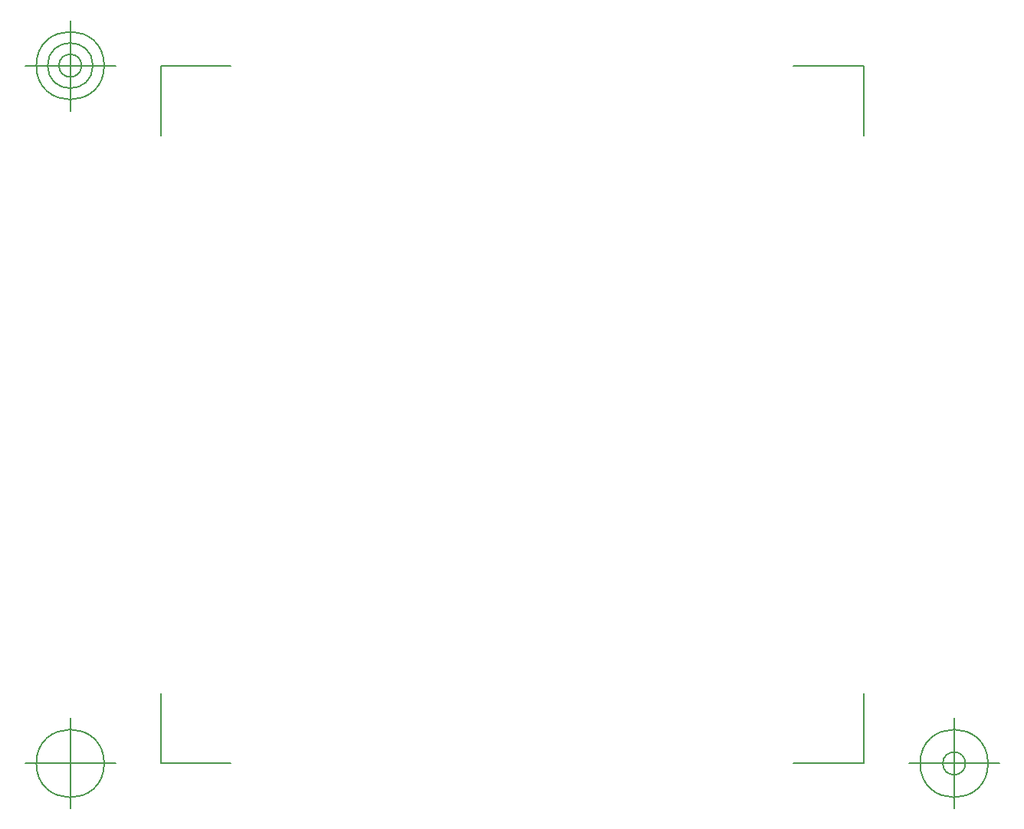
<source format=gbr>
G04 Generated by Ultiboard 11.0 *
%FSLAX25Y25*%
%MOIN*%

%ADD10C,0.00500*%


G04 ColorRGB 006699 for the following layer *
%LNHoles*%
%LPD*%
%FSLAX25Y25*%
%MOIN*%
G54D10*
X-55184Y-32103D02*
X-55184Y-1743D01*
X-55184Y-32103D02*
X-24620Y-32103D01*
X250456Y-32103D02*
X219892Y-32103D01*
X250456Y-32103D02*
X250456Y-1743D01*
X250456Y271500D02*
X250456Y241140D01*
X250456Y271500D02*
X219892Y271500D01*
X-55184Y271500D02*
X-24620Y271500D01*
X-55184Y271500D02*
X-55184Y241140D01*
X-74869Y-32103D02*
X-114239Y-32103D01*
X-94554Y-51788D02*
X-94554Y-12418D01*
X-109318Y-32103D02*
G75*
D01*
G02X-109318Y-32103I14764J0*
G01*
X270141Y-32103D02*
X309511Y-32103D01*
X289826Y-51788D02*
X289826Y-12418D01*
X275062Y-32103D02*
G75*
D01*
G02X275062Y-32103I14764J0*
G01*
X284904Y-32103D02*
G75*
D01*
G02X284904Y-32103I4921J0*
G01*
X-74869Y271500D02*
X-114239Y271500D01*
X-94554Y251815D02*
X-94554Y291185D01*
X-109318Y271500D02*
G75*
D01*
G02X-109318Y271500I14764J0*
G01*
X-104396Y271500D02*
G75*
D01*
G02X-104396Y271500I9843J0*
G01*
X-99475Y271500D02*
G75*
D01*
G02X-99475Y271500I4921J0*
G01*

M00*

</source>
